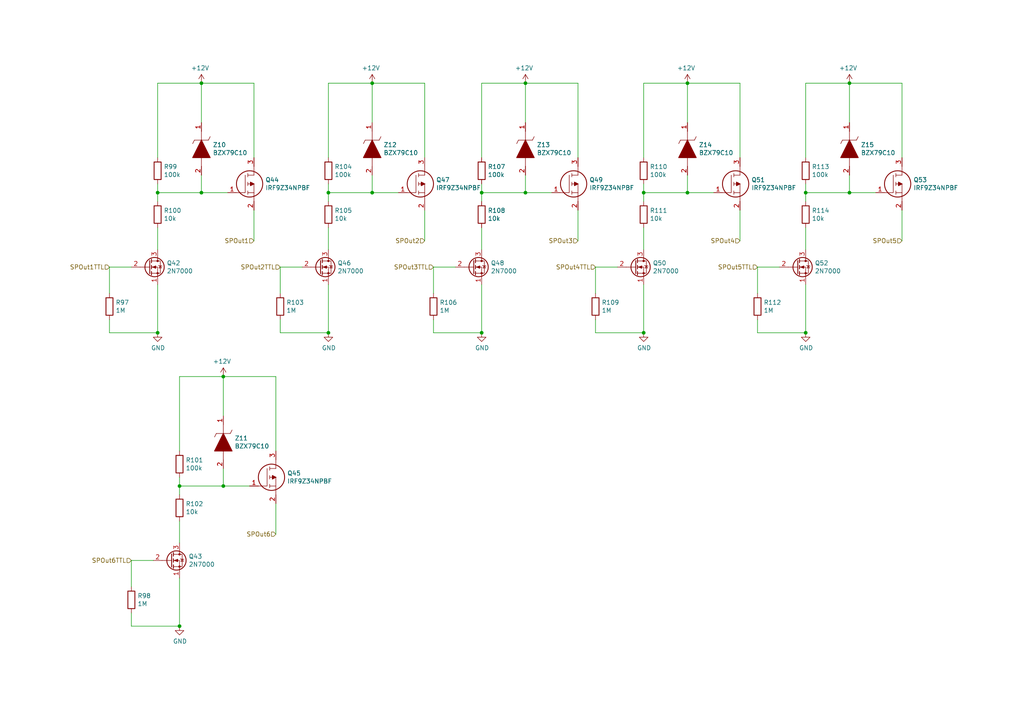
<source format=kicad_sch>
(kicad_sch (version 20231120) (generator "eeschema") (generator_version "8.0")
  (paper "A4")
  (lib_symbols
    (symbol "Device:R" (pin_numbers hide) (pin_names (offset 0))
      (property "Reference" "R" (at 2.032 0 90))
      (property "Value" "R" (at 0 0 90))
      (symbol "R_0_1"
        (rectangle (start -1.016 -2.54) (end 1.016 2.54) (stroke (width 0.254)))
      )
      (symbol "R_1_1"
        (pin passive line (at 0 3.81 270) (length 1.27) (name "~") (number "1"))
        (pin passive line (at 0 -3.81 90) (length 1.27) (name "~") (number "2"))
      )
    )
    (symbol "SamacSys_Parts:BZX79C10" (pin_names (offset 0.762))
      (property "Reference" "Z" (at 10.16 8.89 0))
      (property "Value" "SamacSys_Parts_BZX79C10" (at 10.16 6.35 0))
      (symbol "BZX79C10_0_0"
        (pin passive line (at 0 0 0) (length 2.54) (name "~") (number "1"))
        (pin passive line (at 15.24 0 180) (length 2.54) (name "~") (number "2"))
      )
      (symbol "BZX79C10_0_1"
        (polyline (pts (xy 2.54 0) (xy 5.08 0)) (stroke (width 0.1524)))
        (polyline (pts (xy 4.064 -2.54) (xy 5.08 -2.032)) (stroke (width 0.1524)))
        (polyline (pts (xy 5.08 2.032) (xy 5.08 -2.032)) (stroke (width 0.1524)))
        (polyline (pts (xy 5.08 2.032) (xy 6.096 2.54)) (stroke (width 0.1524)))
        (polyline (pts (xy 12.7 0) (xy 10.16 0)) (stroke (width 0.1524)))
        (polyline (pts (xy 5.08 0) (xy 10.16 2.54) (xy 10.16 -2.54) (xy 5.08 0)) (stroke (width 0.254)) (fill (type outline)))
      )
    )
    (symbol "SamacSys_Parts:IRF9Z34NPBF" (pin_names (offset 0.762))
      (property "Reference" "Q" (at 11.43 3.81 0))
      (property "Value" "SamacSys_Parts_IRF9Z34NPBF" (at 11.43 1.27 0))
      (symbol "IRF9Z34NPBF_0_0"
        (pin passive line (at 0 0 0) (length 2.54) (name "~") (number "1"))
        (pin passive line (at 7.62 -5.08 90) (length 2.54) (name "~") (number "2"))
        (pin passive line (at 7.62 10.16 270) (length 2.54) (name "~") (number "3"))
      )
      (symbol "IRF9Z34NPBF_0_1"
        (polyline (pts (xy 5.842 -0.508) (xy 5.842 0.508)) (stroke (width 0.1524)))
        (polyline (pts (xy 5.842 0) (xy 7.62 0)) (stroke (width 0.1524)))
        (polyline (pts (xy 5.842 2.032) (xy 5.842 3.048)) (stroke (width 0.1524)))
        (polyline (pts (xy 5.842 5.588) (xy 5.842 4.572)) (stroke (width 0.1524)))
        (polyline (pts (xy 7.62 2.54) (xy 5.842 2.54)) (stroke (width 0.1524)))
        (polyline (pts (xy 7.62 2.54) (xy 7.62 -2.54)) (stroke (width 0.1524)))
        (polyline (pts (xy 7.62 5.08) (xy 5.842 5.08)) (stroke (width 0.1524)))
        (polyline (pts (xy 7.62 5.08) (xy 7.62 7.62)) (stroke (width 0.1524)))
        (polyline (pts (xy 2.54 0) (xy 5.08 0) (xy 5.08 5.08)) (stroke (width 0.1524)))
        (polyline (pts (xy 7.62 2.54) (xy 6.604 3.048) (xy 6.604 2.032) (xy 7.62 2.54)) (stroke (width 0.254)) (fill (type outline)))
        (circle (center 6.35 2.54) (radius 3.81) (stroke (width 0.254)))
      )
    )
    (symbol "Transistor_FET:2N7000" (pin_names hide)
      (property "Reference" "Q" (at 5.08 1.905 0))
      (property "Value" "2N7000" (at 5.08 0 0))
      (symbol "2N7000_0_1"
        (polyline (pts (xy 0.254 0) (xy -2.54 0)))
        (polyline (pts (xy 0.254 1.905) (xy 0.254 -1.905)) (stroke (width 0.254)))
        (polyline (pts (xy 0.762 -1.27) (xy 0.762 -2.286)) (stroke (width 0.254)))
        (polyline (pts (xy 0.762 0.508) (xy 0.762 -0.508)) (stroke (width 0.254)))
        (polyline (pts (xy 0.762 2.286) (xy 0.762 1.27)) (stroke (width 0.254)))
        (polyline (pts (xy 2.54 2.54) (xy 2.54 1.778)))
        (polyline (pts (xy 2.54 -2.54) (xy 2.54 0) (xy 0.762 0)))
        (polyline (pts (xy 0.762 -1.778) (xy 3.302 -1.778) (xy 3.302 1.778) (xy 0.762 1.778)))
        (polyline (pts (xy 1.016 0) (xy 2.032 0.381) (xy 2.032 -0.381) (xy 1.016 0)) (fill (type outline)))
        (polyline (pts (xy 2.794 0.508) (xy 2.921 0.381) (xy 3.683 0.381) (xy 3.81 0.254)))
        (polyline (pts (xy 3.302 0.381) (xy 2.921 -0.254) (xy 3.683 -0.254) (xy 3.302 0.381)))
        (circle (center 1.651 0) (radius 2.794) (stroke (width 0.254)))
        (circle (center 2.54 -1.778) (radius 0.254) (fill (type outline)))
        (circle (center 2.54 1.778) (radius 0.254) (fill (type outline)))
      )
      (symbol "2N7000_1_1"
        (pin passive line (at 2.54 -5.08 90) (length 2.54) (name "S") (number "1"))
        (pin input line (at -5.08 0 0) (length 2.54) (name "G") (number "2"))
        (pin passive line (at 2.54 5.08 270) (length 2.54) (name "D") (number "3"))
      )
    )
    (symbol "power:+12V" (power) (pin_names (offset 0))
      (property "Value" "+12V" (at 0 3.556 0))
      (symbol "+12V_0_1"
        (polyline (pts (xy -0.762 1.27) (xy 0 2.54)))
        (polyline (pts (xy 0 0) (xy 0 2.54)))
        (polyline (pts (xy 0 2.54) (xy 0.762 1.27)))
      )
      (symbol "+12V_1_1"
        (pin power_in line (at 0 0 90) (length 0) hide (name "+12V") (number "1"))
      )
    )
    (symbol "power:GND" (power) (pin_names (offset 0))
      (property "Value" "GND" (at 0 -3.81 0))
      (symbol "GND_0_1"
        (polyline (pts (xy 0 0) (xy 0 -1.27) (xy 1.27 -1.27) (xy 0 -2.54) (xy -1.27 -1.27) (xy 0 -1.27)))
      )
      (symbol "GND_1_1"
        (pin power_in line (at 0 0 270) (length 0) hide (name "GND") (number "1"))
      )
    )
  )
  (junction (at 95.25 55.88))
  (junction (at 233.68 96.52))
  (junction (at 107.95 55.88))
  (junction (at 199.39 55.88))
  (junction (at 139.7 96.52))
  (junction (at 52.07 140.97))
  (junction (at 58.42 55.88))
  (junction (at 58.42 24.13))
  (junction (at 199.39 24.13))
  (junction (at 186.69 55.88))
  (junction (at 95.25 96.52))
  (junction (at 45.72 55.88))
  (junction (at 186.69 96.52))
  (junction (at 45.72 96.52))
  (junction (at 233.68 55.88))
  (junction (at 152.4 55.88))
  (junction (at 246.38 55.88))
  (junction (at 64.77 140.97))
  (junction (at 52.07 181.61))
  (junction (at 139.7 55.88))
  (junction (at 107.95 24.13))
  (junction (at 152.4 24.13))
  (junction (at 64.77 109.22))
  (junction (at 246.38 24.13))
  (wire (pts (xy 81.28 85.09) (xy 81.28 77.47)))
  (wire (pts (xy 52.07 109.22) (xy 52.07 130.81)))
  (wire (pts (xy 254 55.88) (xy 246.38 55.88)))
  (wire (pts (xy 246.38 35.56) (xy 246.38 24.13)))
  (wire (pts (xy 52.07 157.48) (xy 52.07 151.13)))
  (wire (pts (xy 80.01 130.81) (xy 80.01 109.22)))
  (wire (pts (xy 95.25 72.39) (xy 95.25 66.04)))
  (wire (pts (xy 261.62 69.85) (xy 261.62 60.96)))
  (wire (pts (xy 186.69 72.39) (xy 186.69 66.04)))
  (wire (pts (xy 52.07 143.51) (xy 52.07 140.97)))
  (wire (pts (xy 139.7 58.42) (xy 139.7 55.88)))
  (wire (pts (xy 64.77 135.89) (xy 64.77 140.97)))
  (wire (pts (xy 246.38 55.88) (xy 233.68 55.88)))
  (wire (pts (xy 199.39 55.88) (xy 186.69 55.88)))
  (wire (pts (xy 45.72 24.13) (xy 45.72 45.72)))
  (wire (pts (xy 58.42 50.8) (xy 58.42 55.88)))
  (wire (pts (xy 219.71 85.09) (xy 219.71 77.47)))
  (wire (pts (xy 233.68 58.42) (xy 233.68 55.88)))
  (wire (pts (xy 152.4 55.88) (xy 139.7 55.88)))
  (wire (pts (xy 123.19 45.72) (xy 123.19 24.13)))
  (wire (pts (xy 246.38 24.13) (xy 233.68 24.13)))
  (wire (pts (xy 167.64 24.13) (xy 152.4 24.13)))
  (wire (pts (xy 139.7 72.39) (xy 139.7 66.04)))
  (wire (pts (xy 64.77 140.97) (xy 52.07 140.97)))
  (wire (pts (xy 214.63 69.85) (xy 214.63 60.96)))
  (wire (pts (xy 125.73 77.47) (xy 132.08 77.47)))
  (wire (pts (xy 58.42 55.88) (xy 45.72 55.88)))
  (wire (pts (xy 38.1 162.56) (xy 44.45 162.56)))
  (wire (pts (xy 45.72 58.42) (xy 45.72 55.88)))
  (wire (pts (xy 186.69 24.13) (xy 186.69 45.72)))
  (wire (pts (xy 214.63 45.72) (xy 214.63 24.13)))
  (wire (pts (xy 214.63 24.13) (xy 199.39 24.13)))
  (wire (pts (xy 107.95 35.56) (xy 107.95 24.13)))
  (wire (pts (xy 107.95 50.8) (xy 107.95 55.88)))
  (wire (pts (xy 233.68 24.13) (xy 233.68 45.72)))
  (wire (pts (xy 95.25 55.88) (xy 95.25 53.34)))
  (wire (pts (xy 233.68 82.55) (xy 233.68 96.52)))
  (wire (pts (xy 167.64 45.72) (xy 167.64 24.13)))
  (wire (pts (xy 152.4 50.8) (xy 152.4 55.88)))
  (wire (pts (xy 186.69 55.88) (xy 186.69 53.34)))
  (wire (pts (xy 172.72 77.47) (xy 179.07 77.47)))
  (wire (pts (xy 66.04 55.88) (xy 58.42 55.88)))
  (wire (pts (xy 125.73 92.71) (xy 125.73 96.52)))
  (wire (pts (xy 31.75 85.09) (xy 31.75 77.47)))
  (wire (pts (xy 207.01 55.88) (xy 199.39 55.88)))
  (wire (pts (xy 199.39 24.13) (xy 186.69 24.13)))
  (wire (pts (xy 219.71 96.52) (xy 233.68 96.52)))
  (wire (pts (xy 72.39 140.97) (xy 64.77 140.97)))
  (wire (pts (xy 261.62 45.72) (xy 261.62 24.13)))
  (wire (pts (xy 58.42 35.56) (xy 58.42 24.13)))
  (wire (pts (xy 199.39 35.56) (xy 199.39 24.13)))
  (wire (pts (xy 152.4 24.13) (xy 139.7 24.13)))
  (wire (pts (xy 152.4 35.56) (xy 152.4 24.13)))
  (wire (pts (xy 73.66 24.13) (xy 58.42 24.13)))
  (wire (pts (xy 31.75 77.47) (xy 38.1 77.47)))
  (wire (pts (xy 186.69 82.55) (xy 186.69 96.52)))
  (wire (pts (xy 80.01 109.22) (xy 64.77 109.22)))
  (wire (pts (xy 219.71 92.71) (xy 219.71 96.52)))
  (wire (pts (xy 80.01 154.94) (xy 80.01 146.05)))
  (wire (pts (xy 115.57 55.88) (xy 107.95 55.88)))
  (wire (pts (xy 172.72 92.71) (xy 172.72 96.52)))
  (wire (pts (xy 123.19 69.85) (xy 123.19 60.96)))
  (wire (pts (xy 261.62 24.13) (xy 246.38 24.13)))
  (wire (pts (xy 95.25 24.13) (xy 95.25 45.72)))
  (wire (pts (xy 160.02 55.88) (xy 152.4 55.88)))
  (wire (pts (xy 167.64 69.85) (xy 167.64 60.96)))
  (wire (pts (xy 186.69 58.42) (xy 186.69 55.88)))
  (wire (pts (xy 73.66 45.72) (xy 73.66 24.13)))
  (wire (pts (xy 52.07 167.64) (xy 52.07 181.61)))
  (wire (pts (xy 139.7 82.55) (xy 139.7 96.52)))
  (wire (pts (xy 199.39 50.8) (xy 199.39 55.88)))
  (wire (pts (xy 107.95 24.13) (xy 95.25 24.13)))
  (wire (pts (xy 73.66 69.85) (xy 73.66 60.96)))
  (wire (pts (xy 45.72 72.39) (xy 45.72 66.04)))
  (wire (pts (xy 219.71 77.47) (xy 226.06 77.47)))
  (wire (pts (xy 45.72 55.88) (xy 45.72 53.34)))
  (wire (pts (xy 95.25 82.55) (xy 95.25 96.52)))
  (wire (pts (xy 233.68 55.88) (xy 233.68 53.34)))
  (wire (pts (xy 172.72 96.52) (xy 186.69 96.52)))
  (wire (pts (xy 125.73 96.52) (xy 139.7 96.52)))
  (wire (pts (xy 64.77 120.65) (xy 64.77 109.22)))
  (wire (pts (xy 38.1 177.8) (xy 38.1 181.61)))
  (wire (pts (xy 81.28 92.71) (xy 81.28 96.52)))
  (wire (pts (xy 45.72 82.55) (xy 45.72 96.52)))
  (wire (pts (xy 172.72 85.09) (xy 172.72 77.47)))
  (wire (pts (xy 123.19 24.13) (xy 107.95 24.13)))
  (wire (pts (xy 38.1 170.18) (xy 38.1 162.56)))
  (wire (pts (xy 31.75 96.52) (xy 45.72 96.52)))
  (wire (pts (xy 64.77 109.22) (xy 52.07 109.22)))
  (wire (pts (xy 52.07 140.97) (xy 52.07 138.43)))
  (wire (pts (xy 31.75 92.71) (xy 31.75 96.52)))
  (wire (pts (xy 58.42 24.13) (xy 45.72 24.13)))
  (wire (pts (xy 107.95 55.88) (xy 95.25 55.88)))
  (wire (pts (xy 139.7 55.88) (xy 139.7 53.34)))
  (wire (pts (xy 38.1 181.61) (xy 52.07 181.61)))
  (wire (pts (xy 95.25 58.42) (xy 95.25 55.88)))
  (wire (pts (xy 139.7 24.13) (xy 139.7 45.72)))
  (wire (pts (xy 81.28 77.47) (xy 87.63 77.47)))
  (wire (pts (xy 125.73 85.09) (xy 125.73 77.47)))
  (wire (pts (xy 81.28 96.52) (xy 95.25 96.52)))
  (wire (pts (xy 233.68 72.39) (xy 233.68 66.04)))
  (wire (pts (xy 246.38 50.8) (xy 246.38 55.88)))
  (hierarchical_label "SPOut4" (shape input) (at 214.63 69.85 180))
  (hierarchical_label "SPOut1TTL" (shape input) (at 31.75 77.47 180))
  (hierarchical_label "SPOut3TTL" (shape input) (at 125.73 77.47 180))
  (hierarchical_label "SPOut1" (shape input) (at 73.66 69.85 180))
  (hierarchical_label "SPOut4TTL" (shape input) (at 172.72 77.47 180))
  (hierarchical_label "SPOut6" (shape input) (at 80.01 154.94 180))
  (hierarchical_label "SPOut2TTL" (shape input) (at 81.28 77.47 180))
  (hierarchical_label "SPOut6TTL" (shape input) (at 38.1 162.56 180))
  (hierarchical_label "SPOut3" (shape input) (at 167.64 69.85 180))
  (hierarchical_label "SPOut2" (shape input) (at 123.19 69.85 180))
  (hierarchical_label "SPOut5" (shape input) (at 261.62 69.85 180))
  (hierarchical_label "SPOut5TTL" (shape input) (at 219.71 77.47 180))
  (symbol (lib_id "SamacSys_Parts:IRF9Z34NPBF") (at 72.39 140.97 0) (unit 1)
    (property "Reference" "Q45" (at 83.312 137.2616 0) (effects (justify left)))
    (property "Value" "IRF9Z34NPBF" (at 83.312 139.573 0) (effects (justify left)))
    (property "Footprint" "SamacSys_Parts:TO254P469X1042X1967-3P" (effects (hide yes)))
    (property "Datasheet" "https://www.infineon.com/dgdl/irf9z34npbf.pdf?fileId=5546d462533600a40153561220af1ddd" (effects (hide yes)))
    (property "Description" "MOSFET MOSFT PCh -55V -17A 100mOhm 23.3nC" (effects (hide yes)))
    (property "Height" "4.69" (effects (hide yes)))
    (property "Mouser Part Number" "942-IRF9Z34NPBF" (effects (hide yes)))
    (property "Mouser Price/Stock" "https://www.mouser.co.uk/ProductDetail/Infineon-IR/IRF9Z34NPBF?qs=9%252BKlkBgLFf16a%2FvlD%252BMCtQ%3D%3D" (effects (hide yes)))
    (property "Manufacturer_Name" "Infineon" (effects (hide yes)))
    (property "Manufacturer_Part_Number" "IRF9Z34NPBF" (effects (hide yes)))
  )
  (symbol (lib_id "Device:R") (at 38.1 173.99 0) (unit 1)
    (property "Reference" "R98" (at 39.878 172.8216 0) (effects (justify left)))
    (property "Value" "1M" (at 39.878 175.133 0) (effects (justify left)))
    (property "Footprint" "Resistor_SMD:R_1206_3216Metric_Pad1.30x1.75mm_HandSolder" (effects (hide yes)))
  )
  (symbol (lib_id "power:GND") (at 52.07 181.61 0) (unit 1)
    (property "Reference" "#PWR0138" (effects (hide yes)))
    (property "Value" "GND" (at 52.197 186.0042 0))
  )
  (symbol (lib_id "Transistor_FET:2N7000") (at 49.53 162.56 0) (unit 1)
    (property "Reference" "Q43" (at 54.7116 161.3916 0) (effects (justify left)))
    (property "Value" "2N7000" (at 54.7116 163.703 0) (effects (justify left)))
    (property "Footprint" "Package_TO_SOT_THT:TO-92_Inline" (effects (hide yes)))
    (property "Datasheet" "https://www.onsemi.com/pub/Collateral/NDS7002A-D.PDF" (effects (hide yes)))
  )
  (symbol (lib_id "Device:R") (at 52.07 134.62 0) (unit 1)
    (property "Reference" "R101" (at 53.848 133.4516 0) (effects (justify left)))
    (property "Value" "100k" (at 53.848 135.763 0) (effects (justify left)))
    (property "Footprint" "Resistor_SMD:R_1206_3216Metric_Pad1.30x1.75mm_HandSolder" (effects (hide yes)))
  )
  (symbol (lib_id "Device:R") (at 52.07 147.32 0) (unit 1)
    (property "Reference" "R102" (at 53.848 146.1516 0) (effects (justify left)))
    (property "Value" "10k" (at 53.848 148.463 0) (effects (justify left)))
    (property "Footprint" "Resistor_SMD:R_1206_3216Metric_Pad1.30x1.75mm_HandSolder" (effects (hide yes)))
  )
  (symbol (lib_id "SamacSys_Parts:BZX79C10") (at 64.77 120.65 90) (mirror x) (unit 1)
    (property "Reference" "Z11" (at 68.072 127.1016 90) (effects (justify right)))
    (property "Value" "BZX79C10" (at 68.072 129.413 90) (effects (justify right)))
    (property "Footprint" "SamacSys_Parts:DIOAD1068W53L380D172" (effects (hide yes)))
    (property "Datasheet" "https://www.fairchildsemi.com/datasheets/BZ/BZX79C10.pdf" (effects (hide yes)))
    (property "Description" "BZX79C10, Zener Diode, 10V +/-5 500 mW 0.2A, 2-Pin DO-35" (effects (hide yes)))
    (property "Mouser Part Number" "512-BZX79C10" (effects (hide yes)))
    (property "Mouser Price/Stock" "https://www.mouser.co.uk/ProductDetail/ON-Semiconductor-Fairchild/BZX79C10?qs=FITO%2F%2FQgYDkGEXVpK3DyhQ%3D%3D" (effects (hide yes)))
    (property "Manufacturer_Name" "ON Semiconductor" (effects (hide yes)))
    (property "Manufacturer_Part_Number" "BZX79C10" (effects (hide yes)))
  )
  (symbol (lib_id "power:+12V") (at 64.77 109.22 0) (mirror y) (unit 1)
    (property "Reference" "#PWR0140" (effects (hide yes)))
    (property "Value" "+12V" (at 64.389 104.8258 0))
  )
  (symbol (lib_id "SamacSys_Parts:IRF9Z34NPBF") (at 115.57 55.88 0) (unit 1)
    (property "Reference" "Q47" (at 126.492 52.1716 0) (effects (justify left)))
    (property "Value" "IRF9Z34NPBF" (at 126.492 54.483 0) (effects (justify left)))
    (property "Footprint" "SamacSys_Parts:TO254P469X1042X1967-3P" (effects (hide yes)))
    (property "Datasheet" "https://www.infineon.com/dgdl/irf9z34npbf.pdf?fileId=5546d462533600a40153561220af1ddd" (effects (hide yes)))
    (property "Description" "MOSFET MOSFT PCh -55V -17A 100mOhm 23.3nC" (effects (hide yes)))
    (property "Height" "4.69" (effects (hide yes)))
    (property "Mouser Part Number" "942-IRF9Z34NPBF" (effects (hide yes)))
    (property "Mouser Price/Stock" "https://www.mouser.co.uk/ProductDetail/Infineon-IR/IRF9Z34NPBF?qs=9%252BKlkBgLFf16a%2FvlD%252BMCtQ%3D%3D" (effects (hide yes)))
    (property "Manufacturer_Name" "Infineon" (effects (hide yes)))
    (property "Manufacturer_Part_Number" "IRF9Z34NPBF" (effects (hide yes)))
  )
  (symbol (lib_id "Device:R") (at 81.28 88.9 0) (unit 1)
    (property "Reference" "R103" (at 83.058 87.7316 0) (effects (justify left)))
    (property "Value" "1M" (at 83.058 90.043 0) (effects (justify left)))
    (property "Footprint" "Resistor_SMD:R_1206_3216Metric_Pad1.30x1.75mm_HandSolder" (effects (hide yes)))
  )
  (symbol (lib_id "power:GND") (at 95.25 96.52 0) (unit 1)
    (property "Reference" "#PWR0141" (effects (hide yes)))
    (property "Value" "GND" (at 95.377 100.9142 0))
  )
  (symbol (lib_id "Transistor_FET:2N7000") (at 92.71 77.47 0) (unit 1)
    (property "Reference" "Q46" (at 97.8916 76.3016 0) (effects (justify left)))
    (property "Value" "2N7000" (at 97.8916 78.613 0) (effects (justify left)))
    (property "Footprint" "Package_TO_SOT_THT:TO-92_Inline" (effects (hide yes)))
    (property "Datasheet" "https://www.onsemi.com/pub/Collateral/NDS7002A-D.PDF" (effects (hide yes)))
  )
  (symbol (lib_id "Device:R") (at 95.25 49.53 0) (unit 1)
    (property "Reference" "R104" (at 97.028 48.3616 0) (effects (justify left)))
    (property "Value" "100k" (at 97.028 50.673 0) (effects (justify left)))
    (property "Footprint" "Resistor_SMD:R_1206_3216Metric_Pad1.30x1.75mm_HandSolder" (effects (hide yes)))
  )
  (symbol (lib_id "Device:R") (at 95.25 62.23 0) (unit 1)
    (property "Reference" "R105" (at 97.028 61.0616 0) (effects (justify left)))
    (property "Value" "10k" (at 97.028 63.373 0) (effects (justify left)))
    (property "Footprint" "Resistor_SMD:R_1206_3216Metric_Pad1.30x1.75mm_HandSolder" (effects (hide yes)))
  )
  (symbol (lib_id "SamacSys_Parts:BZX79C10") (at 107.95 35.56 90) (mirror x) (unit 1)
    (property "Reference" "Z12" (at 111.252 42.0116 90) (effects (justify right)))
    (property "Value" "BZX79C10" (at 111.252 44.323 90) (effects (justify right)))
    (property "Footprint" "SamacSys_Parts:DIOAD1068W53L380D172" (effects (hide yes)))
    (property "Datasheet" "https://www.fairchildsemi.com/datasheets/BZ/BZX79C10.pdf" (effects (hide yes)))
    (property "Description" "BZX79C10, Zener Diode, 10V +/-5 500 mW 0.2A, 2-Pin DO-35" (effects (hide yes)))
    (property "Mouser Part Number" "512-BZX79C10" (effects (hide yes)))
    (property "Mouser Price/Stock" "https://www.mouser.co.uk/ProductDetail/ON-Semiconductor-Fairchild/BZX79C10?qs=FITO%2F%2FQgYDkGEXVpK3DyhQ%3D%3D" (effects (hide yes)))
    (property "Manufacturer_Name" "ON Semiconductor" (effects (hide yes)))
    (property "Manufacturer_Part_Number" "BZX79C10" (effects (hide yes)))
  )
  (symbol (lib_id "power:+12V") (at 107.95 24.13 0) (mirror y) (unit 1)
    (property "Reference" "#PWR0142" (effects (hide yes)))
    (property "Value" "+12V" (at 107.569 19.7358 0))
  )
  (symbol (lib_id "SamacSys_Parts:IRF9Z34NPBF") (at 160.02 55.88 0) (unit 1)
    (property "Reference" "Q49" (at 170.942 52.1716 0) (effects (justify left)))
    (property "Value" "IRF9Z34NPBF" (at 170.942 54.483 0) (effects (justify left)))
    (property "Footprint" "SamacSys_Parts:TO254P469X1042X1967-3P" (effects (hide yes)))
    (property "Datasheet" "https://www.infineon.com/dgdl/irf9z34npbf.pdf?fileId=5546d462533600a40153561220af1ddd" (effects (hide yes)))
    (property "Description" "MOSFET MOSFT PCh -55V -17A 100mOhm 23.3nC" (effects (hide yes)))
    (property "Height" "4.69" (effects (hide yes)))
    (property "Mouser Part Number" "942-IRF9Z34NPBF" (effects (hide yes)))
    (property "Mouser Price/Stock" "https://www.mouser.co.uk/ProductDetail/Infineon-IR/IRF9Z34NPBF?qs=9%252BKlkBgLFf16a%2FvlD%252BMCtQ%3D%3D" (effects (hide yes)))
    (property "Manufacturer_Name" "Infineon" (effects (hide yes)))
    (property "Manufacturer_Part_Number" "IRF9Z34NPBF" (effects (hide yes)))
  )
  (symbol (lib_id "Device:R") (at 125.73 88.9 0) (unit 1)
    (property "Reference" "R106" (at 127.508 87.7316 0) (effects (justify left)))
    (property "Value" "1M" (at 127.508 90.043 0) (effects (justify left)))
    (property "Footprint" "Resistor_SMD:R_1206_3216Metric_Pad1.30x1.75mm_HandSolder" (effects (hide yes)))
  )
  (symbol (lib_id "power:GND") (at 139.7 96.52 0) (unit 1)
    (property "Reference" "#PWR0143" (effects (hide yes)))
    (property "Value" "GND" (at 139.827 100.9142 0))
  )
  (symbol (lib_id "Transistor_FET:2N7000") (at 137.16 77.47 0) (unit 1)
    (property "Reference" "Q48" (at 142.3416 76.3016 0) (effects (justify left)))
    (property "Value" "2N7000" (at 142.3416 78.613 0) (effects (justify left)))
    (property "Footprint" "Package_TO_SOT_THT:TO-92_Inline" (effects (hide yes)))
    (property "Datasheet" "https://www.onsemi.com/pub/Collateral/NDS7002A-D.PDF" (effects (hide yes)))
  )
  (symbol (lib_id "Device:R") (at 139.7 49.53 0) (unit 1)
    (property "Reference" "R107" (at 141.478 48.3616 0) (effects (justify left)))
    (property "Value" "100k" (at 141.478 50.673 0) (effects (justify left)))
    (property "Footprint" "Resistor_SMD:R_1206_3216Metric_Pad1.30x1.75mm_HandSolder" (effects (hide yes)))
  )
  (symbol (lib_id "Device:R") (at 139.7 62.23 0) (unit 1)
    (property "Reference" "R108" (at 141.478 61.0616 0) (effects (justify left)))
    (property "Value" "10k" (at 141.478 63.373 0) (effects (justify left)))
    (property "Footprint" "Resistor_SMD:R_1206_3216Metric_Pad1.30x1.75mm_HandSolder" (effects (hide yes)))
  )
  (symbol (lib_id "SamacSys_Parts:BZX79C10") (at 152.4 35.56 90) (mirror x) (unit 1)
    (property "Reference" "Z13" (at 155.702 42.0116 90) (effects (justify right)))
    (property "Value" "BZX79C10" (at 155.702 44.323 90) (effects (justify right)))
    (property "Footprint" "SamacSys_Parts:DIOAD1068W53L380D172" (effects (hide yes)))
    (property "Datasheet" "https://www.fairchildsemi.com/datasheets/BZ/BZX79C10.pdf" (effects (hide yes)))
    (property "Description" "BZX79C10, Zener Diode, 10V +/-5 500 mW 0.2A, 2-Pin DO-35" (effects (hide yes)))
    (property "Mouser Part Number" "512-BZX79C10" (effects (hide yes)))
    (property "Mouser Price/Stock" "https://www.mouser.co.uk/ProductDetail/ON-Semiconductor-Fairchild/BZX79C10?qs=FITO%2F%2FQgYDkGEXVpK3DyhQ%3D%3D" (effects (hide yes)))
    (property "Manufacturer_Name" "ON Semiconductor" (effects (hide yes)))
    (property "Manufacturer_Part_Number" "BZX79C10" (effects (hide yes)))
  )
  (symbol (lib_id "power:+12V") (at 152.4 24.13 0) (mirror y) (unit 1)
    (property "Reference" "#PWR0144" (effects (hide yes)))
    (property "Value" "+12V" (at 152.019 19.7358 0))
  )
  (symbol (lib_id "SamacSys_Parts:IRF9Z34NPBF") (at 207.01 55.88 0) (unit 1)
    (property "Reference" "Q51" (at 217.932 52.1716 0) (effects (justify left)))
    (property "Value" "IRF9Z34NPBF" (at 217.932 54.483 0) (effects (justify left)))
    (property "Footprint" "SamacSys_Parts:TO254P469X1042X1967-3P" (effects (hide yes)))
    (property "Datasheet" "https://www.infineon.com/dgdl/irf9z34npbf.pdf?fileId=5546d462533600a40153561220af1ddd" (effects (hide yes)))
    (property "Description" "MOSFET MOSFT PCh -55V -17A 100mOhm 23.3nC" (effects (hide yes)))
    (property "Height" "4.69" (effects (hide yes)))
    (property "Mouser Part Number" "942-IRF9Z34NPBF" (effects (hide yes)))
    (property "Mouser Price/Stock" "https://www.mouser.co.uk/ProductDetail/Infineon-IR/IRF9Z34NPBF?qs=9%252BKlkBgLFf16a%2FvlD%252BMCtQ%3D%3D" (effects (hide yes)))
    (property "Manufacturer_Name" "Infineon" (effects (hide yes)))
    (property "Manufacturer_Part_Number" "IRF9Z34NPBF" (effects (hide yes)))
  )
  (symbol (lib_id "Device:R") (at 172.72 88.9 0) (unit 1)
    (property "Reference" "R109" (at 174.498 87.7316 0) (effects (justify left)))
    (property "Value" "1M" (at 174.498 90.043 0) (effects (justify left)))
    (property "Footprint" "Resistor_SMD:R_1206_3216Metric_Pad1.30x1.75mm_HandSolder" (effects (hide yes)))
  )
  (symbol (lib_id "power:GND") (at 186.69 96.52 0) (unit 1)
    (property "Reference" "#PWR0145" (effects (hide yes)))
    (property "Value" "GND" (at 186.817 100.9142 0))
  )
  (symbol (lib_id "Transistor_FET:2N7000") (at 184.15 77.47 0) (unit 1)
    (property "Reference" "Q50" (at 189.3316 76.3016 0) (effects (justify left)))
    (property "Value" "2N7000" (at 189.3316 78.613 0) (effects (justify left)))
    (property "Footprint" "Package_TO_SOT_THT:TO-92_Inline" (effects (hide yes)))
    (property "Datasheet" "https://www.onsemi.com/pub/Collateral/NDS7002A-D.PDF" (effects (hide yes)))
  )
  (symbol (lib_id "Device:R") (at 186.69 49.53 0) (unit 1)
    (property "Reference" "R110" (at 188.468 48.3616 0) (effects (justify left)))
    (property "Value" "100k" (at 188.468 50.673 0) (effects (justify left)))
    (property "Footprint" "Resistor_SMD:R_1206_3216Metric_Pad1.30x1.75mm_HandSolder" (effects (hide yes)))
  )
  (symbol (lib_id "Device:R") (at 186.69 62.23 0) (unit 1)
    (property "Reference" "R111" (at 188.468 61.0616 0) (effects (justify left)))
    (property "Value" "10k" (at 188.468 63.373 0) (effects (justify left)))
    (property "Footprint" "Resistor_SMD:R_1206_3216Metric_Pad1.30x1.75mm_HandSolder" (effects (hide yes)))
  )
  (symbol (lib_id "SamacSys_Parts:BZX79C10") (at 199.39 35.56 90) (mirror x) (unit 1)
    (property "Reference" "Z14" (at 202.692 42.0116 90) (effects (justify right)))
    (property "Value" "BZX79C10" (at 202.692 44.323 90) (effects (justify right)))
    (property "Footprint" "SamacSys_Parts:DIOAD1068W53L380D172" (effects (hide yes)))
    (property "Datasheet" "https://www.fairchildsemi.com/datasheets/BZ/BZX79C10.pdf" (effects (hide yes)))
    (property "Description" "BZX79C10, Zener Diode, 10V +/-5 500 mW 0.2A, 2-Pin DO-35" (effects (hide yes)))
    (property "Mouser Part Number" "512-BZX79C10" (effects (hide yes)))
    (property "Mouser Price/Stock" "https://www.mouser.co.uk/ProductDetail/ON-Semiconductor-Fairchild/BZX79C10?qs=FITO%2F%2FQgYDkGEXVpK3DyhQ%3D%3D" (effects (hide yes)))
    (property "Manufacturer_Name" "ON Semiconductor" (effects (hide yes)))
    (property "Manufacturer_Part_Number" "BZX79C10" (effects (hide yes)))
  )
  (symbol (lib_id "power:+12V") (at 199.39 24.13 0) (mirror y) (unit 1)
    (property "Reference" "#PWR0146" (effects (hide yes)))
    (property "Value" "+12V" (at 199.009 19.7358 0))
  )
  (symbol (lib_id "SamacSys_Parts:IRF9Z34NPBF") (at 66.04 55.88 0) (unit 1)
    (property "Reference" "Q44" (at 76.962 52.1716 0) (effects (justify left)))
    (property "Value" "IRF9Z34NPBF" (at 76.962 54.483 0) (effects (justify left)))
    (property "Footprint" "SamacSys_Parts:TO254P469X1042X1967-3P" (effects (hide yes)))
    (property "Datasheet" "https://www.infineon.com/dgdl/irf9z34npbf.pdf?fileId=5546d462533600a40153561220af1ddd" (effects (hide yes)))
    (property "Description" "MOSFET MOSFT PCh -55V -17A 100mOhm 23.3nC" (effects (hide yes)))
    (property "Height" "4.69" (effects (hide yes)))
    (property "Mouser Part Number" "942-IRF9Z34NPBF" (effects (hide yes)))
    (property "Mouser Price/Stock" "https://www.mouser.co.uk/ProductDetail/Infineon-IR/IRF9Z34NPBF?qs=9%252BKlkBgLFf16a%2FvlD%252BMCtQ%3D%3D" (effects (hide yes)))
    (property "Manufacturer_Name" "Infineon" (effects (hide yes)))
    (property "Manufacturer_Part_Number" "IRF9Z34NPBF" (effects (hide yes)))
  )
  (symbol (lib_id "Device:R") (at 31.75 88.9 0) (unit 1)
    (property "Reference" "R97" (at 33.528 87.7316 0) (effects (justify left)))
    (property "Value" "1M" (at 33.528 90.043 0) (effects (justify left)))
    (property "Footprint" "Resistor_SMD:R_1206_3216Metric_Pad1.30x1.75mm_HandSolder" (effects (hide yes)))
  )
  (symbol (lib_id "power:GND") (at 45.72 96.52 0) (unit 1)
    (property "Reference" "#PWR0137" (effects (hide yes)))
    (property "Value" "GND" (at 45.847 100.9142 0))
  )
  (symbol (lib_id "Transistor_FET:2N7000") (at 43.18 77.47 0) (unit 1)
    (property "Reference" "Q42" (at 48.3616 76.3016 0) (effects (justify left)))
    (property "Value" "2N7000" (at 48.3616 78.613 0) (effects (justify left)))
    (property "Footprint" "Package_TO_SOT_THT:TO-92_Inline" (effects (hide yes)))
    (property "Datasheet" "https://www.onsemi.com/pub/Collateral/NDS7002A-D.PDF" (effects (hide yes)))
  )
  (symbol (lib_id "Device:R") (at 45.72 49.53 0) (unit 1)
    (property "Reference" "R99" (at 47.498 48.3616 0) (effects (justify left)))
    (property "Value" "100k" (at 47.498 50.673 0) (effects (justify left)))
    (property "Footprint" "Resistor_SMD:R_1206_3216Metric_Pad1.30x1.75mm_HandSolder" (effects (hide yes)))
  )
  (symbol (lib_id "Device:R") (at 45.72 62.23 0) (unit 1)
    (property "Reference" "R100" (at 47.498 61.0616 0) (effects (justify left)))
    (property "Value" "10k" (at 47.498 63.373 0) (effects (justify left)))
    (property "Footprint" "Resistor_SMD:R_1206_3216Metric_Pad1.30x1.75mm_HandSolder" (effects (hide yes)))
  )
  (symbol (lib_id "SamacSys_Parts:BZX79C10") (at 58.42 35.56 90) (mirror x) (unit 1)
    (property "Reference" "Z10" (at 61.722 42.0116 90) (effects (justify right)))
    (property "Value" "BZX79C10" (at 61.722 44.323 90) (effects (justify right)))
    (property "Footprint" "SamacSys_Parts:DIOAD1068W53L380D172" (effects (hide yes)))
    (property "Datasheet" "https://www.fairchildsemi.com/datasheets/BZ/BZX79C10.pdf" (effects (hide yes)))
    (property "Description" "BZX79C10, Zener Diode, 10V +/-5 500 mW 0.2A, 2-Pin DO-35" (effects (hide yes)))
    (property "Mouser Part Number" "512-BZX79C10" (effects (hide yes)))
    (property "Mouser Price/Stock" "https://www.mouser.co.uk/ProductDetail/ON-Semiconductor-Fairchild/BZX79C10?qs=FITO%2F%2FQgYDkGEXVpK3DyhQ%3D%3D" (effects (hide yes)))
    (property "Manufacturer_Name" "ON Semiconductor" (effects (hide yes)))
    (property "Manufacturer_Part_Number" "BZX79C10" (effects (hide yes)))
  )
  (symbol (lib_id "power:+12V") (at 58.42 24.13 0) (mirror y) (unit 1)
    (property "Reference" "#PWR0139" (effects (hide yes)))
    (property "Value" "+12V" (at 58.039 19.7358 0))
  )
  (symbol (lib_id "SamacSys_Parts:IRF9Z34NPBF") (at 254 55.88 0) (unit 1)
    (property "Reference" "Q53" (at 264.922 52.1716 0) (effects (justify left)))
    (property "Value" "IRF9Z34NPBF" (at 264.922 54.483 0) (effects (justify left)))
    (property "Footprint" "SamacSys_Parts:TO254P469X1042X1967-3P" (effects (hide yes)))
    (property "Datasheet" "https://www.infineon.com/dgdl/irf9z34npbf.pdf?fileId=5546d462533600a40153561220af1ddd" (effects (hide yes)))
    (property "Description" "MOSFET MOSFT PCh -55V -17A 100mOhm 23.3nC" (effects (hide yes)))
    (property "Height" "4.69" (effects (hide yes)))
    (property "Mouser Part Number" "942-IRF9Z34NPBF" (effects (hide yes)))
    (property "Mouser Price/Stock" "https://www.mouser.co.uk/ProductDetail/Infineon-IR/IRF9Z34NPBF?qs=9%252BKlkBgLFf16a%2FvlD%252BMCtQ%3D%3D" (effects (hide yes)))
    (property "Manufacturer_Name" "Infineon" (effects (hide yes)))
    (property "Manufacturer_Part_Number" "IRF9Z34NPBF" (effects (hide yes)))
  )
  (symbol (lib_id "Device:R") (at 219.71 88.9 0) (unit 1)
    (property "Reference" "R112" (at 221.488 87.7316 0) (effects (justify left)))
    (property "Value" "1M" (at 221.488 90.043 0) (effects (justify left)))
    (property "Footprint" "Resistor_SMD:R_1206_3216Metric_Pad1.30x1.75mm_HandSolder" (effects (hide yes)))
  )
  (symbol (lib_id "power:GND") (at 233.68 96.52 0) (unit 1)
    (property "Reference" "#PWR0147" (effects (hide yes)))
    (property "Value" "GND" (at 233.807 100.9142 0))
  )
  (symbol (lib_id "Transistor_FET:2N7000") (at 231.14 77.47 0) (unit 1)
    (property "Reference" "Q52" (at 236.3216 76.3016 0) (effects (justify left)))
    (property "Value" "2N7000" (at 236.3216 78.613 0) (effects (justify left)))
    (property "Footprint" "Package_TO_SOT_THT:TO-92_Inline" (effects (hide yes)))
    (property "Datasheet" "https://www.onsemi.com/pub/Collateral/NDS7002A-D.PDF" (effects (hide yes)))
  )
  (symbol (lib_id "Device:R") (at 233.68 49.53 0) (unit 1)
    (property "Reference" "R113" (at 235.458 48.3616 0) (effects (justify left)))
    (property "Value" "100k" (at 235.458 50.673 0) (effects (justify left)))
    (property "Footprint" "Resistor_SMD:R_1206_3216Metric_Pad1.30x1.75mm_HandSolder" (effects (hide yes)))
  )
  (symbol (lib_id "Device:R") (at 233.68 62.23 0) (unit 1)
    (property "Reference" "R114" (at 235.458 61.0616 0) (effects (justify left)))
    (property "Value" "10k" (at 235.458 63.373 0) (effects (justify left)))
    (property "Footprint" "Resistor_SMD:R_1206_3216Metric_Pad1.30x1.75mm_HandSolder" (effects (hide yes)))
  )
  (symbol (lib_id "SamacSys_Parts:BZX79C10") (at 246.38 35.56 90) (mirror x) (unit 1)
    (property "Reference" "Z15" (at 249.682 42.0116 90) (effects (justify right)))
    (property "Value" "BZX79C10" (at 249.682 44.323 90) (effects (justify right)))
    (property "Footprint" "SamacSys_Parts:DIOAD1068W53L380D172" (effects (hide yes)))
    (property "Datasheet" "https://www.fairchildsemi.com/datasheets/BZ/BZX79C10.pdf" (effects (hide yes)))
    (property "Description" "BZX79C10, Zener Diode, 10V +/-5 500 mW 0.2A, 2-Pin DO-35" (effects (hide yes)))
    (property "Mouser Part Number" "512-BZX79C10" (effects (hide yes)))
    (property "Mouser Price/Stock" "https://www.mouser.co.uk/ProductDetail/ON-Semiconductor-Fairchild/BZX79C10?qs=FITO%2F%2FQgYDkGEXVpK3DyhQ%3D%3D" (effects (hide yes)))
    (property "Manufacturer_Name" "ON Semiconductor" (effects (hide yes)))
    (property "Manufacturer_Part_Number" "BZX79C10" (effects (hide yes)))
  )
  (symbol (lib_id "power:+12V") (at 246.38 24.13 0) (mirror y) (unit 1)
    (property "Reference" "#PWR0148" (effects (hide yes)))
    (property "Value" "+12V" (at 245.999 19.7358 0))
  )
)
</source>
